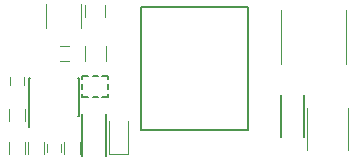
<source format=gbr>
G04 #@! TF.FileFunction,Legend,Top*
%FSLAX46Y46*%
G04 Gerber Fmt 4.6, Leading zero omitted, Abs format (unit mm)*
G04 Created by KiCad (PCBNEW 4.0.7) date 01/28/18 01:48:01*
%MOMM*%
%LPD*%
G01*
G04 APERTURE LIST*
%ADD10C,0.100000*%
%ADD11C,0.120000*%
%ADD12C,0.150000*%
G04 APERTURE END LIST*
D10*
D11*
X131620000Y-84000000D02*
X131620000Y-86000000D01*
X134580000Y-86000000D02*
X134580000Y-84000000D01*
D12*
X136900000Y-91600000D02*
X136900000Y-91900000D01*
X136900000Y-91900000D02*
X136400000Y-91900000D01*
X136900000Y-90800000D02*
X136900000Y-91200000D01*
X136900000Y-90100000D02*
X136900000Y-90400000D01*
X135600000Y-91900000D02*
X136000000Y-91900000D01*
X134700000Y-91600000D02*
X134700000Y-91900000D01*
X134700000Y-91900000D02*
X135200000Y-91900000D01*
X134700000Y-90800000D02*
X134700000Y-91200000D01*
X136400000Y-90100000D02*
X136900000Y-90100000D01*
X135600000Y-90100000D02*
X136000000Y-90100000D01*
X134700000Y-90100000D02*
X134700000Y-90400000D01*
X134700000Y-90100000D02*
X135200000Y-90100000D01*
D11*
X131700000Y-96550000D02*
X131700000Y-95850000D01*
X132900000Y-95850000D02*
X132900000Y-96550000D01*
X134950000Y-84100000D02*
X134950000Y-85100000D01*
X136650000Y-85100000D02*
X136650000Y-84100000D01*
X129800000Y-90150000D02*
X129800000Y-90850000D01*
X128600000Y-90850000D02*
X128600000Y-90150000D01*
X157030000Y-89100000D02*
X157030000Y-84500000D01*
X151570000Y-84500000D02*
X151570000Y-89100000D01*
X153770000Y-92800000D02*
X153770000Y-96400000D01*
X157230000Y-96400000D02*
X157230000Y-92800000D01*
D12*
X134700000Y-93300000D02*
X134700000Y-96900000D01*
X136700000Y-93300000D02*
X136700000Y-96900000D01*
D11*
X137000000Y-96700000D02*
X138600000Y-96700000D01*
X138600000Y-96700000D02*
X138600000Y-93900000D01*
X137000000Y-96700000D02*
X137000000Y-93900000D01*
D12*
X153500000Y-95300000D02*
X153500000Y-91700000D01*
X151500000Y-95300000D02*
X151500000Y-91700000D01*
D11*
X134480000Y-95700000D02*
X134480000Y-96700000D01*
X133120000Y-96700000D02*
X133120000Y-95700000D01*
X129880000Y-92900000D02*
X129880000Y-93900000D01*
X128520000Y-93900000D02*
X128520000Y-92900000D01*
X129880000Y-95700000D02*
X129880000Y-96700000D01*
X128520000Y-96700000D02*
X128520000Y-95700000D01*
X134920000Y-88800000D02*
X134920000Y-87600000D01*
X136680000Y-87600000D02*
X136680000Y-88800000D01*
X131480000Y-95700000D02*
X131480000Y-96700000D01*
X130120000Y-96700000D02*
X130120000Y-95700000D01*
D12*
X148700000Y-94700000D02*
X139700000Y-94700000D01*
X139700000Y-94700000D02*
X139700000Y-84300000D01*
X139700000Y-84300000D02*
X148700000Y-84300000D01*
X148700000Y-84300000D02*
X148700000Y-94700000D01*
X130175000Y-90275000D02*
X130240000Y-90275000D01*
X134425000Y-90275000D02*
X134360000Y-90275000D01*
X134425000Y-93525000D02*
X134360000Y-93525000D01*
X130175000Y-93525000D02*
X130175000Y-90275000D01*
X134425000Y-93525000D02*
X134425000Y-90275000D01*
X130175000Y-93525000D02*
X130175000Y-94450000D01*
D11*
X133550000Y-88800000D02*
X132850000Y-88800000D01*
X132850000Y-87600000D02*
X133550000Y-87600000D01*
M02*

</source>
